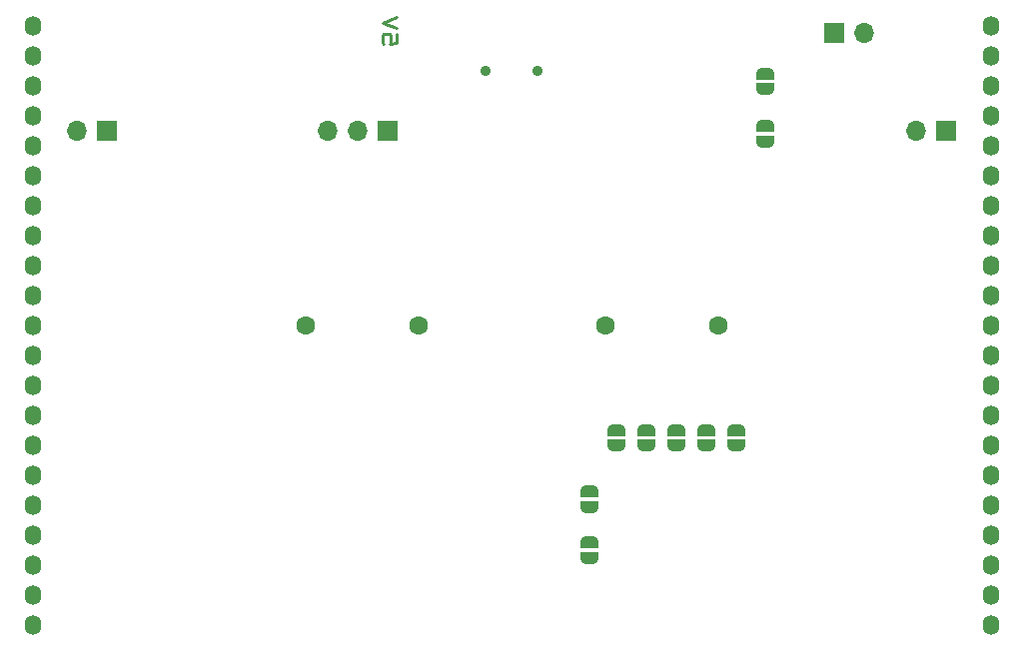
<source format=gbr>
%TF.GenerationSoftware,KiCad,Pcbnew,(6.0.6-0)*%
%TF.CreationDate,2022-07-26T08:46:40-07:00*%
%TF.ProjectId,BreadControlV3,42726561-6443-46f6-9e74-726f6c56332e,rev?*%
%TF.SameCoordinates,Original*%
%TF.FileFunction,Soldermask,Bot*%
%TF.FilePolarity,Negative*%
%FSLAX46Y46*%
G04 Gerber Fmt 4.6, Leading zero omitted, Abs format (unit mm)*
G04 Created by KiCad (PCBNEW (6.0.6-0)) date 2022-07-26 08:46:40*
%MOMM*%
%LPD*%
G01*
G04 APERTURE LIST*
G04 Aperture macros list*
%AMRoundRect*
0 Rectangle with rounded corners*
0 $1 Rounding radius*
0 $2 $3 $4 $5 $6 $7 $8 $9 X,Y pos of 4 corners*
0 Add a 4 corners polygon primitive as box body*
4,1,4,$2,$3,$4,$5,$6,$7,$8,$9,$2,$3,0*
0 Add four circle primitives for the rounded corners*
1,1,$1+$1,$2,$3*
1,1,$1+$1,$4,$5*
1,1,$1+$1,$6,$7*
1,1,$1+$1,$8,$9*
0 Add four rect primitives between the rounded corners*
20,1,$1+$1,$2,$3,$4,$5,0*
20,1,$1+$1,$4,$5,$6,$7,0*
20,1,$1+$1,$6,$7,$8,$9,0*
20,1,$1+$1,$8,$9,$2,$3,0*%
%AMFreePoly0*
4,1,22,0.500000,-0.750000,0.000000,-0.750000,0.000000,-0.745033,-0.079941,-0.743568,-0.215256,-0.701293,-0.333266,-0.622738,-0.424486,-0.514219,-0.481581,-0.384460,-0.499164,-0.250000,-0.500000,-0.250000,-0.500000,0.250000,-0.499164,0.250000,-0.499963,0.256109,-0.478152,0.396186,-0.417904,0.524511,-0.324060,0.630769,-0.204165,0.706417,-0.067858,0.745374,0.000000,0.744959,0.000000,0.750000,
0.500000,0.750000,0.500000,-0.750000,0.500000,-0.750000,$1*%
%AMFreePoly1*
4,1,20,0.000000,0.744959,0.073905,0.744508,0.209726,0.703889,0.328688,0.626782,0.421226,0.519385,0.479903,0.390333,0.500000,0.250000,0.500000,-0.250000,0.499851,-0.262216,0.476331,-0.402017,0.414519,-0.529596,0.319384,-0.634700,0.198574,-0.708877,0.061801,-0.746166,0.000000,-0.745033,0.000000,-0.750000,-0.500000,-0.750000,-0.500000,0.750000,0.000000,0.750000,0.000000,0.744959,
0.000000,0.744959,$1*%
G04 Aperture macros list end*
%ADD10C,0.250000*%
%ADD11RoundRect,0.700000X0.000000X-0.150000X0.000000X-0.150000X0.000000X0.150000X0.000000X0.150000X0*%
%ADD12R,1.700000X1.700000*%
%ADD13O,1.700000X1.700000*%
%ADD14C,0.900000*%
%ADD15C,1.600200*%
%ADD16FreePoly0,90.000000*%
%ADD17FreePoly1,90.000000*%
%ADD18FreePoly0,270.000000*%
%ADD19FreePoly1,270.000000*%
G04 APERTURE END LIST*
D10*
X59432742Y-27367914D02*
X59432742Y-28082200D01*
X58861314Y-28153628D01*
X58918457Y-28082200D01*
X58975600Y-27939342D01*
X58975600Y-27582200D01*
X58918457Y-27439342D01*
X58861314Y-27367914D01*
X58747028Y-27296485D01*
X58461314Y-27296485D01*
X58347028Y-27367914D01*
X58289885Y-27439342D01*
X58232742Y-27582200D01*
X58232742Y-27939342D01*
X58289885Y-28082200D01*
X58347028Y-28153628D01*
X59432742Y-26867914D02*
X58232742Y-26367914D01*
X59432742Y-25867914D01*
D11*
X109855000Y-26692000D03*
X109855000Y-29232000D03*
X109855000Y-31772000D03*
X109855000Y-34312000D03*
X109855000Y-36852000D03*
X109855000Y-39392000D03*
X109855000Y-41932000D03*
X109855000Y-44472000D03*
X109855000Y-47012000D03*
X109855000Y-49552000D03*
X109855000Y-52092000D03*
X109855000Y-54632000D03*
X109855000Y-57172000D03*
X109855000Y-59712000D03*
X109855000Y-62252000D03*
X109855000Y-64792000D03*
X109855000Y-67332000D03*
X109855000Y-69872000D03*
X109855000Y-72412000D03*
X109855000Y-74952000D03*
X109855000Y-77492000D03*
D12*
X96540000Y-27280000D03*
D13*
X99080000Y-27280000D03*
D14*
X67015000Y-30480000D03*
X71415000Y-30480000D03*
D15*
X61315000Y-52074699D03*
X51715000Y-52074699D03*
D12*
X58674000Y-35515000D03*
D13*
X56134000Y-35515000D03*
X53594000Y-35515000D03*
D12*
X34925000Y-35560000D03*
D13*
X32385000Y-35560000D03*
D11*
X28597000Y-26692000D03*
X28597000Y-29232000D03*
X28597000Y-31772000D03*
X28597000Y-34312000D03*
X28597000Y-36852000D03*
X28597000Y-39392000D03*
X28597000Y-41932000D03*
X28597000Y-44472000D03*
X28597000Y-47012000D03*
X28597000Y-49552000D03*
X28597000Y-52092000D03*
X28597000Y-54632000D03*
X28597000Y-57172000D03*
X28597000Y-59712000D03*
X28597000Y-62252000D03*
X28597000Y-64792000D03*
X28597000Y-67332000D03*
X28597000Y-69872000D03*
X28597000Y-72412000D03*
X28597000Y-74952000D03*
X28597000Y-77492000D03*
D12*
X106045000Y-35560000D03*
D13*
X103505000Y-35560000D03*
D15*
X77115000Y-52065301D03*
X86715000Y-52065301D03*
D16*
X90678000Y-36464000D03*
D17*
X90678000Y-35164000D03*
D16*
X75819000Y-71770000D03*
D17*
X75819000Y-70470000D03*
D16*
X75819000Y-67452000D03*
D17*
X75819000Y-66152000D03*
D18*
X85725000Y-60945000D03*
D19*
X85725000Y-62245000D03*
D18*
X90678000Y-30704000D03*
D19*
X90678000Y-32004000D03*
D18*
X78105000Y-60945000D03*
D19*
X78105000Y-62245000D03*
D18*
X80645000Y-60945000D03*
D19*
X80645000Y-62245000D03*
D18*
X83185000Y-60945000D03*
D19*
X83185000Y-62245000D03*
D16*
X88265000Y-62245000D03*
D17*
X88265000Y-60945000D03*
M02*

</source>
